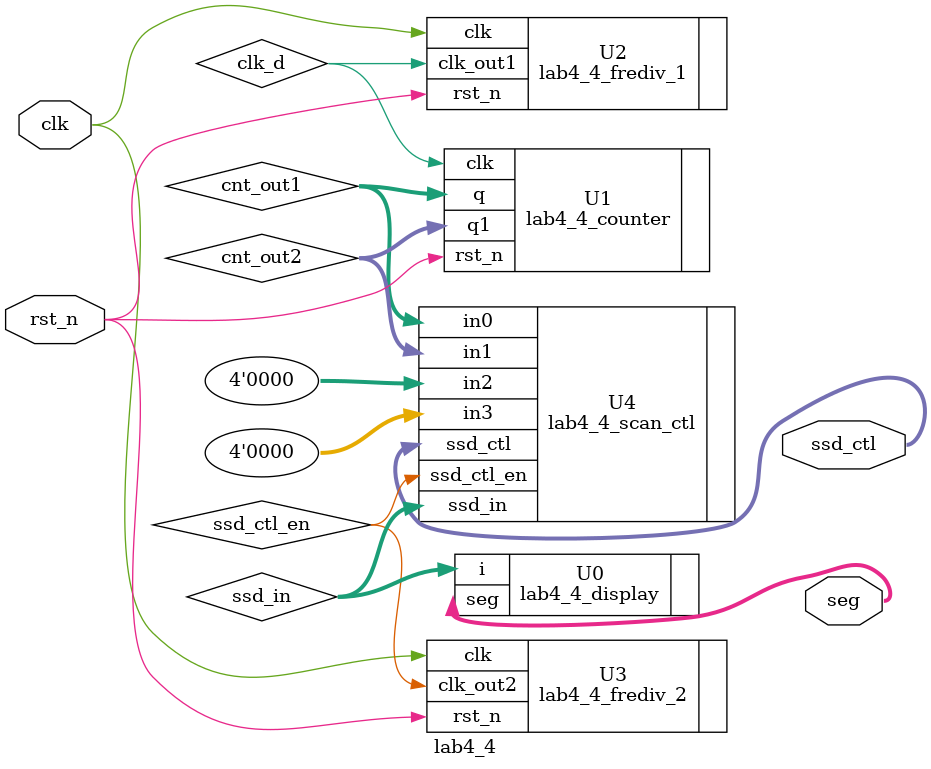
<source format=v>
`timescale 1ns / 1ps


module lab4_4(ssd_ctl, seg, clk, rst_n);

output [3:0] ssd_ctl;
output [7:0] seg;  
input clk;
input rst_n;

wire clk_d;
wire [3:0] ssd_in;
wire [3:0] cnt_out1;
wire [3:0] cnt_out2;
wire ssd_ctl_en;

lab4_4_display U0(.seg(seg), .i(ssd_in));
lab4_4_counter U1(.clk(clk_d), .rst_n(rst_n), .q(cnt_out1), .q1(cnt_out2));
lab4_4_frediv_1 U2(.clk(clk), .rst_n(rst_n), .clk_out1(clk_d));
lab4_4_frediv_2 U3(.clk(clk), .rst_n(rst_n), .clk_out2(ssd_ctl_en));
lab4_4_scan_ctl U4(.ssd_ctl(ssd_ctl), .ssd_in(ssd_in), .in0(cnt_out1), .in1(cnt_out2), .in2(4'b0000), .in3(4'b0000), .ssd_ctl_en(ssd_ctl_en));


//assign ssd_ctl = 4'b1100;

endmodule

</source>
